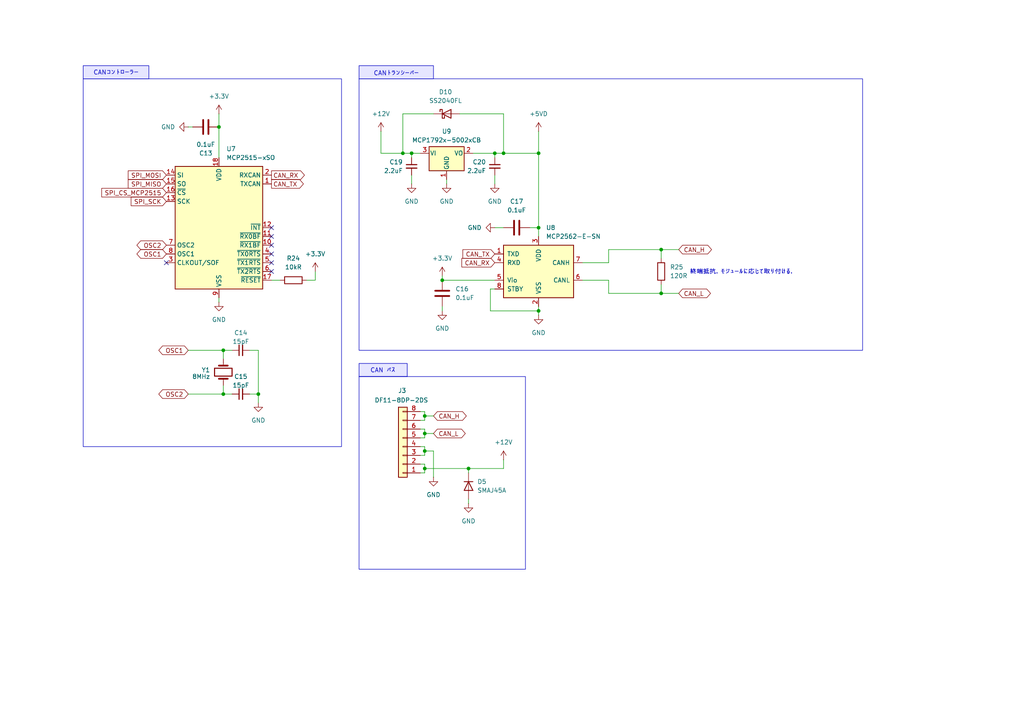
<source format=kicad_sch>
(kicad_sch (version 20250114) (generator "eeschema") (generator_version "9.0")
  (paper "A4")
  (lib_symbols
    (symbol "Connector_Generic:Conn_01x08" (pin_names (offset 1.016) (hide yes))
      (property "Reference" "J" (at 0 10.16 0))
      (property "Value" "Conn_01x08" (at 0 -12.7 0))
      (symbol "Conn_01x08_1_1"
        (rectangle (start -1.27 8.89) (end 1.27 -11.43) (stroke (width 0.254)) (fill (type background)))
        (rectangle (start -1.27 7.747) (end 0 7.493) (stroke (width 0.1524)))
        (rectangle (start -1.27 5.207) (end 0 4.953) (stroke (width 0.1524)))
        (rectangle (start -1.27 2.667) (end 0 2.413) (stroke (width 0.1524)))
        (rectangle (start -1.27 0.127) (end 0 -0.127) (stroke (width 0.1524)))
        (rectangle (start -1.27 -2.413) (end 0 -2.667) (stroke (width 0.1524)))
        (rectangle (start -1.27 -4.953) (end 0 -5.207) (stroke (width 0.1524)))
        (rectangle (start -1.27 -7.493) (end 0 -7.747) (stroke (width 0.1524)))
        (rectangle (start -1.27 -10.033) (end 0 -10.287) (stroke (width 0.1524)))
        (pin passive line (at -5.08 7.62 0) (length 3.81) (name "Pin_1") (number "1"))
        (pin passive line (at -5.08 5.08 0) (length 3.81) (name "Pin_2") (number "2"))
        (pin passive line (at -5.08 2.54 0) (length 3.81) (name "Pin_3") (number "3"))
        (pin passive line (at -5.08 0 0) (length 3.81) (name "Pin_4") (number "4"))
        (pin passive line (at -5.08 -2.54 0) (length 3.81) (name "Pin_5") (number "5"))
        (pin passive line (at -5.08 -5.08 0) (length 3.81) (name "Pin_6") (number "6"))
        (pin passive line (at -5.08 -7.62 0) (length 3.81) (name "Pin_7") (number "7"))
        (pin passive line (at -5.08 -10.16 0) (length 3.81) (name "Pin_8") (number "8"))
      )
    )
    (symbol "Device:C" (pin_numbers (hide yes)) (pin_names (offset 0.254))
      (property "Reference" "C" (at 0.635 2.54 0))
      (property "Value" "C" (at 0.635 -2.54 0))
      (symbol "C_0_1"
        (polyline (pts (xy -2.032 0.762) (xy 2.032 0.762)) (stroke (width 0.508)))
        (polyline (pts (xy -2.032 -0.762) (xy 2.032 -0.762)) (stroke (width 0.508)))
      )
      (symbol "C_1_1"
        (pin passive line (at 0 3.81 270) (length 2.794) (name "~") (number "1"))
        (pin passive line (at 0 -3.81 90) (length 2.794) (name "~") (number "2"))
      )
    )
    (symbol "Device:C_Small" (pin_numbers (hide yes)) (pin_names (offset 0.254) (hide yes))
      (property "Reference" "C" (at 0.254 1.778 0))
      (property "Value" "C_Small" (at 0.254 -2.032 0))
      (symbol "C_Small_0_1"
        (polyline (pts (xy -1.524 0.508) (xy 1.524 0.508)) (stroke (width 0.3048)))
        (polyline (pts (xy -1.524 -0.508) (xy 1.524 -0.508)) (stroke (width 0.3302)))
      )
      (symbol "C_Small_1_1"
        (pin passive line (at 0 2.54 270) (length 2.032) (name "~") (number "1"))
        (pin passive line (at 0 -2.54 90) (length 2.032) (name "~") (number "2"))
      )
    )
    (symbol "Device:Crystal" (pin_numbers (hide yes)) (pin_names (offset 1.016) (hide yes))
      (property "Reference" "Y" (at 0 3.81 0))
      (property "Value" "Crystal" (at 0 -3.81 0))
      (symbol "Crystal_0_1"
        (polyline (pts (xy -2.54 0) (xy -1.905 0)))
        (polyline (pts (xy -1.905 -1.27) (xy -1.905 1.27)) (stroke (width 0.508)))
        (rectangle (start -1.143 2.54) (end 1.143 -2.54) (stroke (width 0.3048)))
        (polyline (pts (xy 1.905 -1.27) (xy 1.905 1.27)) (stroke (width 0.508)))
        (polyline (pts (xy 2.54 0) (xy 1.905 0)))
      )
      (symbol "Crystal_1_1"
        (pin passive line (at -3.81 0 0) (length 1.27) (name "1") (number "1"))
        (pin passive line (at 3.81 0 180) (length 1.27) (name "2") (number "2"))
      )
    )
    (symbol "Device:D" (pin_numbers (hide yes)) (pin_names (offset 1.016) (hide yes))
      (property "Reference" "D" (at 0 2.54 0))
      (property "Value" "D" (at 0 -2.54 0))
      (symbol "D_0_1"
        (polyline (pts (xy -1.27 1.27) (xy -1.27 -1.27)) (stroke (width 0.254)))
        (polyline (pts (xy 1.27 1.27) (xy 1.27 -1.27) (xy -1.27 0) (xy 1.27 1.27)) (stroke (width 0.254)))
        (polyline (pts (xy 1.27 0) (xy -1.27 0)))
      )
      (symbol "D_1_1"
        (pin passive line (at -3.81 0 0) (length 2.54) (name "K") (number "1"))
        (pin passive line (at 3.81 0 180) (length 2.54) (name "A") (number "2"))
      )
    )
    (symbol "Device:D_Schottky" (pin_numbers (hide yes)) (pin_names (offset 1.016) (hide yes))
      (property "Reference" "D" (at 0 2.54 0))
      (property "Value" "D_Schottky" (at 0 -2.54 0))
      (symbol "D_Schottky_0_1"
        (polyline (pts (xy -1.905 0.635) (xy -1.905 1.27) (xy -1.27 1.27) (xy -1.27 -1.27) (xy -0.635 -1.27) (xy -0.635 -0.635)) (stroke (width 0.254)))
        (polyline (pts (xy 1.27 1.27) (xy 1.27 -1.27) (xy -1.27 0) (xy 1.27 1.27)) (stroke (width 0.254)))
        (polyline (pts (xy 1.27 0) (xy -1.27 0)))
      )
      (symbol "D_Schottky_1_1"
        (pin passive line (at -3.81 0 0) (length 2.54) (name "K") (number "1"))
        (pin passive line (at 3.81 0 180) (length 2.54) (name "A") (number "2"))
      )
    )
    (symbol "Device:R" (pin_numbers (hide yes)) (pin_names (offset 0))
      (property "Reference" "R" (at 2.032 0 90))
      (property "Value" "R" (at 0 0 90))
      (symbol "R_0_1"
        (rectangle (start -1.016 -2.54) (end 1.016 2.54) (stroke (width 0.254)))
      )
      (symbol "R_1_1"
        (pin passive line (at 0 3.81 270) (length 1.27) (name "~") (number "1"))
        (pin passive line (at 0 -3.81 90) (length 1.27) (name "~") (number "2"))
      )
    )
    (symbol "GND_1" (power) (pin_numbers (hide yes)) (pin_names (offset 0) (hide yes))
      (property "Value" "GND" (at 0 -3.81 0))
      (symbol "GND_1_0_1"
        (polyline (pts (xy 0 0) (xy 0 -1.27) (xy 1.27 -1.27) (xy 0 -2.54) (xy -1.27 -1.27) (xy 0 -1.27)))
      )
      (symbol "GND_1_1_1"
        (pin power_in line (at 0 0 270) (length 0) (name "~") (number "1"))
      )
    )
    (symbol "GND_2" (power) (pin_numbers (hide yes)) (pin_names (offset 0) (hide yes))
      (property "Value" "GND" (at 0 -3.81 0))
      (symbol "GND_2_0_1"
        (polyline (pts (xy 0 0) (xy 0 -1.27) (xy 1.27 -1.27) (xy 0 -2.54) (xy -1.27 -1.27) (xy 0 -1.27)))
      )
      (symbol "GND_2_1_1"
        (pin power_in line (at 0 0 270) (length 0) (name "~") (number "1"))
      )
    )
    (symbol "GND_3" (power) (pin_numbers (hide yes)) (pin_names (offset 0) (hide yes))
      (property "Value" "GND" (at 0 -3.81 0))
      (symbol "GND_3_0_1"
        (polyline (pts (xy 0 0) (xy 0 -1.27) (xy 1.27 -1.27) (xy 0 -2.54) (xy -1.27 -1.27) (xy 0 -1.27)))
      )
      (symbol "GND_3_1_1"
        (pin power_in line (at 0 0 270) (length 0) (name "~") (number "1"))
      )
    )
    (symbol "GND_4" (power) (pin_numbers (hide yes)) (pin_names (offset 0) (hide yes))
      (property "Value" "GND" (at 0 -3.81 0))
      (symbol "GND_4_0_1"
        (polyline (pts (xy 0 0) (xy 0 -1.27) (xy 1.27 -1.27) (xy 0 -2.54) (xy -1.27 -1.27) (xy 0 -1.27)))
      )
      (symbol "GND_4_1_1"
        (pin power_in line (at 0 0 270) (length 0) (name "~") (number "1"))
      )
    )
    (symbol "Interface_CAN_LIN:MCP2515-xSO"
      (property "Reference" "U" (at -10.16 19.685 0))
      (property "Value" "MCP2515-xSO" (at 19.05 20.32 0))
      (symbol "MCP2515-xSO_0_1"
        (rectangle (start -12.7 17.78) (end 12.7 -17.78) (stroke (width 0.254)) (fill (type background)))
      )
      (symbol "MCP2515-xSO_1_1"
        (pin input line (at -15.24 15.24 0) (length 2.54) (name "SI") (number "14"))
        (pin output line (at -15.24 12.7 0) (length 2.54) (name "SO") (number "15"))
        (pin input line (at -15.24 10.16 0) (length 2.54) (name "~{CS}") (number "16"))
        (pin input line (at -15.24 7.62 0) (length 2.54) (name "SCK") (number "13"))
        (pin output line (at -15.24 -5.08 0) (length 2.54) (name "OSC2") (number "7"))
        (pin input line (at -15.24 -7.62 0) (length 2.54) (name "OSC1") (number "8"))
        (pin output line (at -15.24 -10.16 0) (length 2.54) (name "CLKOUT/SOF") (number "3"))
        (pin power_in line (at 0 20.32 270) (length 2.54) (name "VDD") (number "18"))
        (pin power_in line (at 0 -20.32 90) (length 2.54) (name "VSS") (number "9"))
        (pin input line (at 15.24 15.24 180) (length 2.54) (name "RXCAN") (number "2"))
        (pin output line (at 15.24 12.7 180) (length 2.54) (name "TXCAN") (number "1"))
        (pin output line (at 15.24 0 180) (length 2.54) (name "~{INT}") (number "12"))
        (pin output line (at 15.24 -2.54 180) (length 2.54) (name "~{RX0BF}") (number "11"))
        (pin output line (at 15.24 -5.08 180) (length 2.54) (name "~{RX1BF}") (number "10"))
        (pin input line (at 15.24 -7.62 180) (length 2.54) (name "~{TX0RTS}") (number "4"))
        (pin input line (at 15.24 -10.16 180) (length 2.54) (name "~{TX1RTS}") (number "5"))
        (pin input line (at 15.24 -12.7 180) (length 2.54) (name "~{TX2RTS}") (number "6"))
        (pin input line (at 15.24 -15.24 180) (length 2.54) (name "~{RESET}") (number "17"))
      )
    )
    (symbol "Interface_CAN_LIN:MCP2562-E-SN" (pin_names (offset 1.016))
      (property "Reference" "U" (at -10.16 8.89 0))
      (property "Value" "MCP2562-E-SN" (at 2.54 8.89 0))
      (symbol "MCP2562-E-SN_0_1"
        (rectangle (start -10.16 7.62) (end 10.16 -7.62) (stroke (width 0.254)) (fill (type background)))
      )
      (symbol "MCP2562-E-SN_1_1"
        (pin input line (at -12.7 5.08 0) (length 2.54) (name "TXD") (number "1"))
        (pin output line (at -12.7 2.54 0) (length 2.54) (name "RXD") (number "4"))
        (pin power_in line (at -12.7 -2.54 0) (length 2.54) (name "Vio") (number "5"))
        (pin input line (at -12.7 -5.08 0) (length 2.54) (name "STBY") (number "8"))
        (pin power_in line (at 0 10.16 270) (length 2.54) (name "VDD") (number "3"))
        (pin power_in line (at 0 -10.16 90) (length 2.54) (name "VSS") (number "2"))
        (pin bidirectional line (at 12.7 2.54 180) (length 2.54) (name "CANH") (number "7"))
        (pin bidirectional line (at 12.7 -2.54 180) (length 2.54) (name "CANL") (number "6"))
      )
    )
    (symbol "Regulator_Linear:MCP1792x-5002xCB" (pin_names (offset 0.254))
      (property "Reference" "U" (at -3.81 3.175 0))
      (property "Value" "MCP1792x-5002xCB" (at 0 3.175 0))
      (symbol "MCP1792x-5002xCB_0_1"
        (rectangle (start -5.08 1.905) (end 5.08 -5.08) (stroke (width 0.254)) (fill (type background)))
      )
      (symbol "MCP1792x-5002xCB_1_1"
        (pin power_in line (at -7.62 0 0) (length 2.54) (name "VI") (number "3"))
        (pin power_in line (at 0 -7.62 90) (length 2.54) (name "GND") (number "1"))
        (pin power_out line (at 7.62 0 180) (length 2.54) (name "VO") (number "2"))
      )
    )
    (symbol "power:+12V" (power) (pin_numbers (hide yes)) (pin_names (offset 0) (hide yes))
      (property "Value" "+12V" (at 0 3.556 0))
      (symbol "+12V_0_1"
        (polyline (pts (xy -0.762 1.27) (xy 0 2.54)))
        (polyline (pts (xy 0 2.54) (xy 0.762 1.27)))
        (polyline (pts (xy 0 0) (xy 0 2.54)))
      )
      (symbol "+12V_1_1"
        (pin power_in line (at 0 0 90) (length 0) (name "~") (number "1"))
      )
    )
    (symbol "power:+3.3V" (power) (pin_numbers (hide yes)) (pin_names (offset 0) (hide yes))
      (property "Value" "+3.3V" (at 0 3.556 0))
      (symbol "+3.3V_0_1"
        (polyline (pts (xy -0.762 1.27) (xy 0 2.54)))
        (polyline (pts (xy 0 2.54) (xy 0.762 1.27)))
        (polyline (pts (xy 0 0) (xy 0 2.54)))
      )
      (symbol "+3.3V_1_1"
        (pin power_in line (at 0 0 90) (length 0) (name "~") (number "1"))
      )
    )
    (symbol "power:+5VD" (power) (pin_numbers (hide yes)) (pin_names (offset 0) (hide yes))
      (property "Value" "+5VD" (at 0 3.556 0))
      (symbol "+5VD_0_1"
        (polyline (pts (xy -0.762 1.27) (xy 0 2.54)))
        (polyline (pts (xy 0 2.54) (xy 0.762 1.27)))
        (polyline (pts (xy 0 0) (xy 0 2.54)))
      )
      (symbol "+5VD_1_1"
        (pin power_in line (at 0 0 90) (length 0) (name "~") (number "1"))
      )
    )
    (symbol "power:GND" (power) (pin_names (offset 0))
      (property "Value" "GND" (at 0 -3.81 0))
      (symbol "GND_0_1"
        (polyline (pts (xy 0 0) (xy 0 -1.27) (xy 1.27 -1.27) (xy 0 -2.54) (xy -1.27 -1.27) (xy 0 -1.27)))
      )
      (symbol "GND_1_1"
        (pin power_in line (at 0 0 270) (length 0) (hide yes) (name "GND") (number "1"))
      )
    )
  )
  (rectangle (start 104.14 22.86) (end 250.19 101.6))
  (rectangle (start 24.13 22.86) (end 99.06 129.54))
  (rectangle (start 104.14 109.22) (end 152.4 165.1))
  (text "終端抵抗．モジュールに応じて取り付ける．" (at 215.392 78.994 0) (effects (font (size 1.27 1.27))))
  (text_box "CANトランシーバー" (at 104.14 19.05 0) (size 21.59 3.81) (margins 0.9525 0.9525 0.9525 0.9525) (fill (type color) (color 0 0 255 0.1)) (effects (font (size 1.27 1.27)) (justify bottom)))
  (text_box "CAN バス" (at 104.14 105.41 0) (size 13.97 3.81) (margins 0.9525 0.9525 0.9525 0.9525) (fill (type color) (color 0 0 255 0.1)) (effects (font (size 1.27 1.27))))
  (text_box "CANコントローラー" (at 24.13 19.05 0) (size 19.05 3.81) (margins 0.9525 0.9525 0.9525 0.9525) (fill (type color) (color 0 0 255 0.1)) (effects (font (size 1.27 1.27))))
  (junction (at 156.21 66.04))
  (junction (at 123.19 135.89))
  (junction (at 64.77 114.3))
  (junction (at 116.84 44.45))
  (junction (at 64.77 101.6))
  (junction (at 74.93 114.3))
  (junction (at 191.77 85.09))
  (junction (at 143.51 44.45))
  (junction (at 63.5 36.83))
  (junction (at 123.19 120.65))
  (junction (at 128.27 81.28))
  (junction (at 123.19 130.81))
  (junction (at 135.89 135.89))
  (junction (at 156.21 44.45))
  (junction (at 146.05 44.45))
  (junction (at 191.77 72.39))
  (junction (at 123.19 125.73))
  (junction (at 156.21 90.17))
  (junction (at 119.38 44.45))
  (no_connect (at 78.74 73.66))
  (no_connect (at 78.74 68.58))
  (no_connect (at 78.74 76.2))
  (no_connect (at 78.74 66.04))
  (no_connect (at 78.74 78.74))
  (no_connect (at 78.74 71.12))
  (no_connect (at 48.26 76.2))
  (wire (pts (xy 121.92 129.54) (xy 123.19 129.54)))
  (wire (pts (xy 123.19 137.16) (xy 123.19 135.89)))
  (wire (pts (xy 119.38 44.45) (xy 119.38 45.72)))
  (wire (pts (xy 191.77 72.39) (xy 191.77 74.93)))
  (wire (pts (xy 135.89 144.78) (xy 135.89 146.05)))
  (wire (pts (xy 72.39 114.3) (xy 74.93 114.3)))
  (wire (pts (xy 196.85 85.09) (xy 191.77 85.09)))
  (wire (pts (xy 191.77 72.39) (xy 196.85 72.39)))
  (wire (pts (xy 123.19 127) (xy 123.19 125.73)))
  (wire (pts (xy 153.67 66.04) (xy 156.21 66.04)))
  (wire (pts (xy 123.19 135.89) (xy 123.19 134.62)))
  (wire (pts (xy 123.19 125.73) (xy 123.19 124.46)))
  (wire (pts (xy 110.49 44.45) (xy 116.84 44.45)))
  (wire (pts (xy 54.61 101.6) (xy 64.77 101.6)))
  (wire (pts (xy 142.24 83.82) (xy 142.24 90.17)))
  (wire (pts (xy 123.19 120.65) (xy 125.73 120.65)))
  (wire (pts (xy 143.51 83.82) (xy 142.24 83.82)))
  (wire (pts (xy 176.53 85.09) (xy 176.53 81.28)))
  (wire (pts (xy 143.51 44.45) (xy 143.51 45.72)))
  (wire (pts (xy 54.61 114.3) (xy 64.77 114.3)))
  (wire (pts (xy 121.92 119.38) (xy 123.19 119.38)))
  (wire (pts (xy 128.27 80.01) (xy 128.27 81.28)))
  (wire (pts (xy 156.21 90.17) (xy 156.21 91.44)))
  (wire (pts (xy 64.77 114.3) (xy 67.31 114.3)))
  (wire (pts (xy 176.53 72.39) (xy 176.53 76.2)))
  (wire (pts (xy 176.53 72.39) (xy 191.77 72.39)))
  (wire (pts (xy 63.5 33.02) (xy 63.5 36.83)))
  (wire (pts (xy 64.77 111.76) (xy 64.77 114.3)))
  (wire (pts (xy 143.51 50.8) (xy 143.51 53.34)))
  (wire (pts (xy 121.92 121.92) (xy 123.19 121.92)))
  (wire (pts (xy 72.39 101.6) (xy 74.93 101.6)))
  (wire (pts (xy 143.51 44.45) (xy 146.05 44.45)))
  (wire (pts (xy 135.89 135.89) (xy 146.05 135.89)))
  (wire (pts (xy 121.92 132.08) (xy 123.19 132.08)))
  (wire (pts (xy 168.91 81.28) (xy 176.53 81.28)))
  (wire (pts (xy 128.27 88.9) (xy 128.27 90.17)))
  (wire (pts (xy 125.73 138.43) (xy 125.73 130.81)))
  (wire (pts (xy 146.05 33.02) (xy 133.35 33.02)))
  (wire (pts (xy 63.5 36.83) (xy 63.5 45.72)))
  (wire (pts (xy 135.89 135.89) (xy 135.89 137.16)))
  (wire (pts (xy 176.53 76.2) (xy 168.91 76.2)))
  (wire (pts (xy 156.21 38.1) (xy 156.21 44.45)))
  (wire (pts (xy 123.19 125.73) (xy 125.73 125.73)))
  (wire (pts (xy 121.92 137.16) (xy 123.19 137.16)))
  (wire (pts (xy 110.49 38.1) (xy 110.49 44.45)))
  (wire (pts (xy 123.19 135.89) (xy 135.89 135.89)))
  (wire (pts (xy 143.51 66.04) (xy 146.05 66.04)))
  (wire (pts (xy 156.21 44.45) (xy 156.21 66.04)))
  (wire (pts (xy 121.92 134.62) (xy 123.19 134.62)))
  (wire (pts (xy 54.61 36.83) (xy 55.88 36.83)))
  (wire (pts (xy 119.38 50.8) (xy 119.38 53.34)))
  (wire (pts (xy 142.24 90.17) (xy 156.21 90.17)))
  (wire (pts (xy 123.19 121.92) (xy 123.19 120.65)))
  (wire (pts (xy 74.93 114.3) (xy 74.93 101.6)))
  (wire (pts (xy 191.77 85.09) (xy 176.53 85.09)))
  (wire (pts (xy 121.92 124.46) (xy 123.19 124.46)))
  (wire (pts (xy 125.73 33.02) (xy 116.84 33.02)))
  (wire (pts (xy 74.93 116.84) (xy 74.93 114.3)))
  (wire (pts (xy 121.92 127) (xy 123.19 127)))
  (wire (pts (xy 146.05 133.35) (xy 146.05 135.89)))
  (wire (pts (xy 116.84 33.02) (xy 116.84 44.45)))
  (wire (pts (xy 146.05 44.45) (xy 156.21 44.45)))
  (wire (pts (xy 116.84 44.45) (xy 119.38 44.45)))
  (wire (pts (xy 146.05 44.45) (xy 146.05 33.02)))
  (wire (pts (xy 128.27 81.28) (xy 143.51 81.28)))
  (wire (pts (xy 123.19 130.81) (xy 123.19 129.54)))
  (wire (pts (xy 129.54 52.07) (xy 129.54 53.34)))
  (wire (pts (xy 63.5 87.63) (xy 63.5 86.36)))
  (wire (pts (xy 123.19 120.65) (xy 123.19 119.38)))
  (wire (pts (xy 123.19 132.08) (xy 123.19 130.81)))
  (wire (pts (xy 191.77 82.55) (xy 191.77 85.09)))
  (wire (pts (xy 64.77 101.6) (xy 67.31 101.6)))
  (wire (pts (xy 119.38 44.45) (xy 121.92 44.45)))
  (wire (pts (xy 137.16 44.45) (xy 143.51 44.45)))
  (wire (pts (xy 88.9 81.28) (xy 91.44 81.28)))
  (wire (pts (xy 125.73 130.81) (xy 123.19 130.81)))
  (wire (pts (xy 64.77 104.14) (xy 64.77 101.6)))
  (wire (pts (xy 78.74 81.28) (xy 81.28 81.28)))
  (wire (pts (xy 156.21 66.04) (xy 156.21 68.58)))
  (wire (pts (xy 91.44 81.28) (xy 91.44 78.74)))
  (wire (pts (xy 156.21 90.17) (xy 156.21 88.9)))
  (global_label "CAN_L" (shape bidirectional) (at 125.73 125.73 0) (property "Intersheetrefs" "${INTERSHEET_REFS}" (effects (hide yes))))
  (global_label "OSC2" (shape bidirectional) (at 54.61 114.3 180) (property "Intersheetrefs" "${INTERSHEET_REFS}" (effects (hide yes))))
  (global_label "CAN_RX" (shape input) (at 143.51 76.2 180) (property "Intersheetrefs" "${INTERSHEET_REFS}" (effects (hide yes))))
  (global_label "CAN_TX" (shape output) (at 78.74 53.34 0) (property "Intersheetrefs" "${INTERSHEET_REFS}" (effects (hide yes))))
  (global_label "CAN_H" (shape bidirectional) (at 125.73 120.65 0) (property "Intersheetrefs" "${INTERSHEET_REFS}" (effects (hide yes))))
  (global_label "SPI_MOSI" (shape input) (at 48.26 50.8 180) (property "Intersheetrefs" "${INTERSHEET_REFS}" (effects (hide yes))))
  (global_label "OSC1" (shape bidirectional) (at 54.61 101.6 180) (property "Intersheetrefs" "${INTERSHEET_REFS}" (effects (hide yes))))
  (global_label "SPI_MISO" (shape input) (at 48.26 53.34 180) (property "Intersheetrefs" "${INTERSHEET_REFS}" (effects (hide yes))))
  (global_label "OSC1" (shape bidirectional) (at 48.26 73.66 180) (property "Intersheetrefs" "${INTERSHEET_REFS}" (effects (hide yes))))
  (global_label "CAN_H" (shape bidirectional) (at 196.85 72.39 0) (property "Intersheetrefs" "${INTERSHEET_REFS}" (effects (hide yes))))
  (global_label "CAN_RX" (shape output) (at 78.74 50.8 0) (property "Intersheetrefs" "${INTERSHEET_REFS}" (effects (hide yes))))
  (global_label "CAN_TX" (shape input) (at 143.51 73.66 180) (property "Intersheetrefs" "${INTERSHEET_REFS}" (effects (hide yes))))
  (global_label "OSC2" (shape bidirectional) (at 48.26 71.12 180) (property "Intersheetrefs" "${INTERSHEET_REFS}" (effects (hide yes))))
  (global_label "CAN_L" (shape bidirectional) (at 196.85 85.09 0) (property "Intersheetrefs" "${INTERSHEET_REFS}" (effects (hide yes))))
  (global_label "SPI_CS_MCP2515" (shape input) (at 48.26 55.88 180) (property "Intersheetrefs" "${INTERSHEET_REFS}" (effects (hide yes))))
  (global_label "SPI_SCK" (shape input) (at 48.26 58.42 180) (property "Intersheetrefs" "${INTERSHEET_REFS}" (effects (hide yes))))
  (symbol (lib_id "power:+3.3V") (at 63.5 33.02 0) (unit 1)
    (property "Reference" "#PWR030" (effects (hide yes)))
    (property "Value" "+3.3V" (at 63.5 27.94 0))
    (property "Description" "Power symbol creates a global label with name \"+3.3V\"" (effects (hide yes)))
  )
  (symbol (lib_name "GND_2") (lib_id "power:GND") (at 119.38 53.34 0) (unit 1)
    (property "Reference" "#PWR048" (effects (hide yes)))
    (property "Value" "GND" (at 119.38 58.42 0))
    (property "Description" "Power symbol creates a global label with name \"GND\" , ground" (effects (hide yes)))
  )
  (symbol (lib_id "Device:C") (at 59.69 36.83 270) (mirror x) (unit 1)
    (property "Reference" "C13" (at 59.69 44.45 90))
    (property "Value" "0.1uF" (at 59.69 41.91 90))
    (property "Footprint" "Capacitor_SMD:C_0603_1608Metric_Pad1.08x0.95mm_HandSolder" (effects (hide yes)))
    (property "Datasheet" "https://akizukidenshi.com/catalog/g/g113374/" (effects (hide yes)))
    (property "Description" "Unpolarized capacitor" (effects (hide yes)))
  )
  (symbol (lib_name "GND_3") (lib_id "power:GND") (at 54.61 36.83 270) (unit 1)
    (property "Reference" "#PWR029" (effects (hide yes)))
    (property "Value" "GND" (at 50.8 36.8299 90) (effects (justify right)))
    (property "Description" "Power symbol creates a global label with name \"GND\" , ground" (effects (hide yes)))
  )
  (symbol (lib_id "power:+3.3V") (at 128.27 80.01 0) (unit 1)
    (property "Reference" "#PWR034" (effects (hide yes)))
    (property "Value" "+3.3V" (at 128.27 74.93 0))
    (property "Description" "Power symbol creates a global label with name \"+3.3V\"" (effects (hide yes)))
  )
  (symbol (lib_name "GND_2") (lib_id "power:GND") (at 129.54 53.34 0) (unit 1)
    (property "Reference" "#PWR046" (effects (hide yes)))
    (property "Value" "GND" (at 129.54 58.42 0))
    (property "Description" "Power symbol creates a global label with name \"GND\" , ground" (effects (hide yes)))
  )
  (symbol (lib_name "GND_2") (lib_id "power:GND") (at 156.21 91.44 0) (unit 1)
    (property "Reference" "#PWR039" (effects (hide yes)))
    (property "Value" "GND" (at 156.21 96.52 0))
    (property "Description" "Power symbol creates a global label with name \"GND\" , ground" (effects (hide yes)))
  )
  (symbol (lib_name "GND_4") (lib_id "power:GND") (at 125.73 138.43 0) (unit 1)
    (property "Reference" "#PWR037" (effects (hide yes)))
    (property "Value" "GND" (at 125.73 143.51 0))
    (property "Description" "Power symbol creates a global label with name \"GND\" , ground" (effects (hide yes)))
  )
  (symbol (lib_id "Device:Crystal") (at 64.77 107.95 270) (mirror x) (unit 1)
    (property "Reference" "Y1" (at 60.96 107.315 90) (effects (justify right)))
    (property "Value" "8MHz" (at 60.96 109.22 90) (effects (justify right)))
    (property "Footprint" "Crystal:Crystal_HC49-4H_Vertical" (effects (hide yes)))
    (property "Datasheet" "https://akizukidenshi.com/catalog/g/g108667/" (effects (hide yes)))
  )
  (symbol (lib_name "GND_2") (lib_id "power:GND") (at 143.51 66.04 270) (unit 1)
    (property "Reference" "#PWR036" (effects (hide yes)))
    (property "Value" "GND" (at 139.7 66.0399 90) (effects (justify right)))
    (property "Description" "Power symbol creates a global label with name \"GND\" , ground" (effects (hide yes)))
  )
  (symbol (lib_id "Device:D_Schottky") (at 129.54 33.02 0) (unit 1)
    (property "Reference" "D10" (at 129.2225 26.67 0))
    (property "Value" "SS2040FL" (at 129.2225 29.21 0))
    (property "Footprint" "Diode_SMD:D_SOD-123F" (effects (hide yes)))
    (property "Description" "Schottky diode" (effects (hide yes)))
  )
  (symbol (lib_id "Regulator_Linear:MCP1792x-5002xCB") (at 129.54 44.45 0) (unit 1)
    (property "Reference" "U9" (at 129.54 38.1 0))
    (property "Value" "MCP1792x-5002xCB" (at 129.54 40.64 0))
    (property "Footprint" "Package_TO_SOT_SMD:SOT-23_Handsoldering" (effects (hide yes)))
    (property "Datasheet" "https://ww1.microchip.com/downloads/aemDocuments/documents/APID/ProductDocuments/DataSheets/MCP1792-Family-Data-Sheet-DS20006229D.pdf" (effects (hide yes)))
    (property "Description" "100mA Low Quiscent Current LDO, 4.5-55V input, 5.0V output, SOT-23" (effects (hide yes)))
  )
  (symbol (lib_id "Device:C_Small") (at 69.85 114.3 90) (unit 1)
    (property "Reference" "C15" (at 69.8563 109.22 90))
    (property "Value" "15pF" (at 69.8563 111.76 90))
    (property "Footprint" "Capacitor_SMD:C_0603_1608Metric_Pad1.08x0.95mm_HandSolder" (effects (hide yes)))
    (property "Datasheet" "https://akizukidenshi.com/catalog/g/gP-16143/" (effects (hide yes)))
  )
  (symbol (lib_id "Device:D") (at 135.89 140.97 270) (unit 1)
    (property "Reference" "D5" (at 138.43 139.6999 90) (effects (justify left)))
    (property "Value" "SMAJ45A" (at 138.43 142.2399 90) (effects (justify left)))
    (property "Footprint" "Diode_SMD:D_SMA" (effects (hide yes)))
    (property "Datasheet" "https://akizukidenshi.com/catalog/g/g107409/" (effects (hide yes)))
    (property "Description" "Diode" (effects (hide yes)))
    (property "Sim.Device" "D" (effects (hide yes)))
    (property "Sim.Pins" "1=K 2=A" (effects (hide yes)))
  )
  (symbol (lib_name "GND_4") (lib_id "power:GND") (at 135.89 146.05 0) (unit 1)
    (property "Reference" "#PWR040" (effects (hide yes)))
    (property "Value" "GND" (at 135.89 151.13 0))
    (property "Description" "Power symbol creates a global label with name \"GND\" , ground" (effects (hide yes)))
  )
  (symbol (lib_id "Interface_CAN_LIN:MCP2562-E-SN") (at 156.21 78.74 0) (unit 1)
    (property "Reference" "U8" (at 158.3533 66.04 0) (effects (justify left)))
    (property "Value" "MCP2562-E-SN" (at 158.3533 68.58 0) (effects (justify left)))
    (property "Footprint" "Package_SO:SOIC-8_3.9x4.9mm_P1.27mm" (effects (hide yes)))
    (property "Datasheet" "http://ww1.microchip.com/downloads/en/DeviceDoc/25167A.pdf" (effects (hide yes)))
    (property "Description" "High-Speed CAN Transceiver, 1Mbps, 5V supply, Vio pin, -40C to +125C, SOIC-8" (effects (hide yes)))
  )
  (symbol (lib_id "power:GND") (at 74.93 116.84 0) (unit 1)
    (property "Reference" "#PWR032" (effects (hide yes)))
    (property "Value" "GND" (at 74.93 121.92 0))
  )
  (symbol (lib_id "power:+5VD") (at 156.21 38.1 0) (unit 1)
    (property "Reference" "#PWR038" (effects (hide yes)))
    (property "Value" "+5VD" (at 156.21 33.02 0))
    (property "Description" "Power symbol creates a global label with name \"+5VD\"" (effects (hide yes)))
  )
  (symbol (lib_name "GND_2") (lib_id "power:GND") (at 128.27 90.17 0) (unit 1)
    (property "Reference" "#PWR035" (effects (hide yes)))
    (property "Value" "GND" (at 128.27 95.25 0))
    (property "Description" "Power symbol creates a global label with name \"GND\" , ground" (effects (hide yes)))
  )
  (symbol (lib_id "Device:C") (at 149.86 66.04 90) (unit 1)
    (property "Reference" "C17" (at 149.86 58.42 90))
    (property "Value" "0.1uF" (at 149.86 60.96 90))
    (property "Footprint" "Capacitor_SMD:C_0603_1608Metric_Pad1.08x0.95mm_HandSolder" (effects (hide yes)))
    (property "Datasheet" "https://akizukidenshi.com/catalog/g/g113374/" (effects (hide yes)))
    (property "Description" "Unpolarized capacitor" (effects (hide yes)))
  )
  (symbol (lib_name "GND_2") (lib_id "power:GND") (at 143.51 53.34 0) (unit 1)
    (property "Reference" "#PWR049" (effects (hide yes)))
    (property "Value" "GND" (at 143.51 58.42 0))
    (property "Description" "Power symbol creates a global label with name \"GND\" , ground" (effects (hide yes)))
  )
  (symbol (lib_id "power:+3.3V") (at 91.44 78.74 0) (unit 1)
    (property "Reference" "#PWR033" (effects (hide yes)))
    (property "Value" "+3.3V" (at 91.44 73.66 0))
    (property "Description" "Power symbol creates a global label with name \"+3.3V\"" (effects (hide yes)))
  )
  (symbol (lib_id "Device:C_Small") (at 69.85 101.6 90) (unit 1)
    (property "Reference" "C14" (at 69.8563 96.52 90))
    (property "Value" "15pF" (at 69.8563 99.06 90))
    (property "Footprint" "Capacitor_SMD:C_0603_1608Metric_Pad1.08x0.95mm_HandSolder" (effects (hide yes)))
    (property "Datasheet" "https://akizukidenshi.com/catalog/g/gP-16143/" (effects (hide yes)))
  )
  (symbol (lib_id "Connector_Generic:Conn_01x08") (at 116.84 129.54 180) (unit 1)
    (property "Reference" "J3" (at 117.856 113.284 0) (effects (justify left)))
    (property "Value" "DF11-8DP-2DS" (at 124.206 116.078 0) (effects (justify left)))
    (property "Footprint" "TSRP_Connector_Hirose:DF11-8DP-2DS" (effects (hide yes)))
    (property "Description" "Generic connector, single row, 01x08, script generated (kicad-library-utils/schlib/autogen/connector/)" (effects (hide yes)))
  )
  (symbol (lib_id "Device:C_Small") (at 119.38 48.26 0) (mirror y) (unit 1)
    (property "Reference" "C19" (at 116.84 46.9962 0) (effects (justify left)))
    (property "Value" "2.2uF" (at 116.84 49.5362 0) (effects (justify left)))
    (property "Footprint" "Capacitor_SMD:C_0603_1608Metric_Pad1.08x0.95mm_HandSolder" (effects (hide yes)))
    (property "Description" "Unpolarized capacitor, small symbol" (effects (hide yes)))
  )
  (symbol (lib_id "Device:C") (at 128.27 85.09 180) (unit 1)
    (property "Reference" "C16" (at 132.08 83.8199 0) (effects (justify right)))
    (property "Value" "0.1uF" (at 132.08 86.3599 0) (effects (justify right)))
    (property "Footprint" "Capacitor_SMD:C_0603_1608Metric_Pad1.08x0.95mm_HandSolder" (effects (hide yes)))
    (property "Datasheet" "https://akizukidenshi.com/catalog/g/g113374/" (effects (hide yes)))
    (property "Description" "Unpolarized capacitor" (effects (hide yes)))
  )
  (symbol (lib_id "Device:R") (at 191.77 78.74 180) (unit 1)
    (property "Reference" "R25" (at 194.31 77.4699 0) (effects (justify right)))
    (property "Value" "120R" (at 194.31 80.0099 0) (effects (justify right)))
    (property "Footprint" "Resistor_SMD:R_0603_1608Metric_Pad0.98x0.95mm_HandSolder" (effects (hide yes)))
    (property "Description" "Resistor" (effects (hide yes)))
  )
  (symbol (lib_id "Interface_CAN_LIN:MCP2515-xSO") (at 63.5 66.04 0) (unit 1)
    (property "Reference" "U7" (at 65.6433 43.18 0) (effects (justify left)))
    (property "Value" "MCP2515-xSO" (at 65.6433 45.72 0) (effects (justify left)))
    (property "Footprint" "Package_SO:TSSOP-20_4.4x6.5mm_P0.65mm" (effects (hide yes)))
    (property "Datasheet" "http://ww1.microchip.com/downloads/en/DeviceDoc/21801e.pdf" (effects (hide yes)))
    (property "Description" "Stand-Alone CAN Controller with SPI Interface, SOIC-18" (effects (hide yes)))
  )
  (symbol (lib_id "power:+12V") (at 110.49 38.1 0) (unit 1)
    (property "Reference" "#PWR047" (effects (hide yes)))
    (property "Value" "+12V" (at 110.49 33.02 0))
    (property "Description" "Power symbol creates a global label with name \"+12V\"" (effects (hide yes)))
  )
  (symbol (lib_id "power:+12V") (at 146.05 133.35 0) (unit 1)
    (property "Reference" "#PWR041" (effects (hide yes)))
    (property "Value" "+12V" (at 146.05 128.27 0))
    (property "Description" "Power symbol creates a global label with name \"+12V\"" (effects (hide yes)))
  )
  (symbol (lib_id "Device:R") (at 85.09 81.28 90) (unit 1)
    (property "Reference" "R24" (at 85.09 74.93 90))
    (property "Value" "10kR" (at 85.09 77.47 90))
    (property "Footprint" "Resistor_SMD:R_0603_1608Metric_Pad0.98x0.95mm_HandSolder" (effects (hide yes)))
    (property "Description" "Resistor" (effects (hide yes)))
  )
  (symbol (lib_name "GND_1") (lib_id "power:GND") (at 63.5 87.63 0) (unit 1)
    (property "Reference" "#PWR031" (effects (hide yes)))
    (property "Value" "GND" (at 63.5 92.71 0))
    (property "Description" "Power symbol creates a global label with name \"GND\" , ground" (effects (hide yes)))
  )
  (symbol (lib_id "Device:C_Small") (at 143.51 48.26 0) (mirror y) (unit 1)
    (property "Reference" "C20" (at 140.97 46.9962 0) (effects (justify left)))
    (property "Value" "2.2uF" (at 140.97 49.5362 0) (effects (justify left)))
    (property "Footprint" "Capacitor_SMD:C_0603_1608Metric_Pad1.08x0.95mm_HandSolder" (effects (hide yes)))
    (property "Description" "Unpolarized capacitor, small symbol" (effects (hide yes)))
  )
)
</source>
